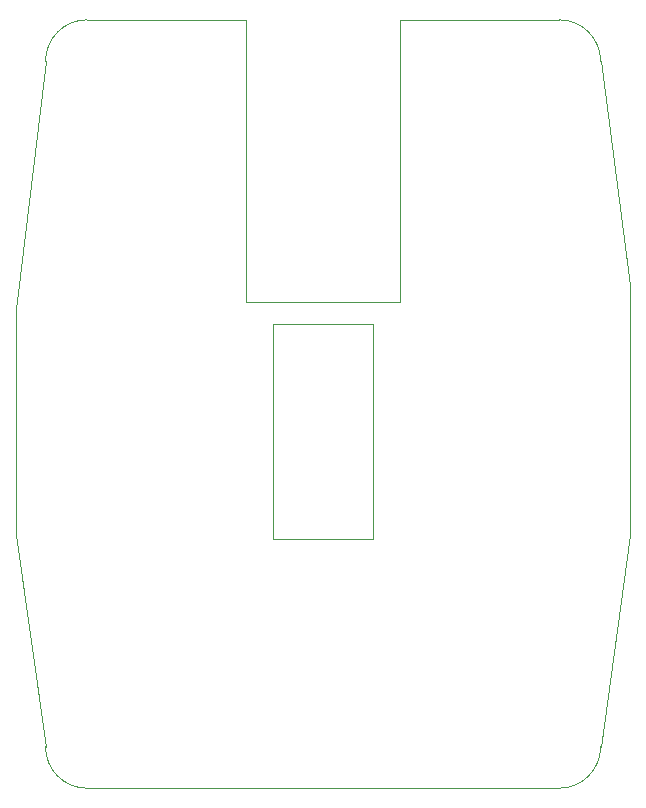
<source format=gbr>
%TF.GenerationSoftware,KiCad,Pcbnew,9.0.1*%
%TF.CreationDate,2025-04-29T20:05:43+02:00*%
%TF.ProjectId,Trackball,54726163-6b62-4616-9c6c-2e6b69636164,rev?*%
%TF.SameCoordinates,Original*%
%TF.FileFunction,Profile,NP*%
%FSLAX46Y46*%
G04 Gerber Fmt 4.6, Leading zero omitted, Abs format (unit mm)*
G04 Created by KiCad (PCBNEW 9.0.1) date 2025-04-29 20:05:43*
%MOMM*%
%LPD*%
G01*
G04 APERTURE LIST*
%TA.AperFunction,Profile*%
%ADD10C,0.100000*%
%TD*%
%TA.AperFunction,Profile*%
%ADD11C,0.050000*%
%TD*%
G04 APERTURE END LIST*
D10*
X-20000000Y-3000000D02*
X-6500000Y-3000000D01*
X20000000Y-3000000D02*
G75*
G02*
X23500000Y-6500000I0J-3500000D01*
G01*
D11*
X-4250000Y-28770000D02*
X4250000Y-28770000D01*
X4250000Y-46970000D01*
X-4250000Y-46970000D01*
X-4250000Y-28770000D01*
D10*
X6500000Y-26900000D02*
X6500000Y-3000000D01*
X6500000Y-3000000D02*
X20000000Y-3000000D01*
X26000000Y-46600000D02*
X26000000Y-25450000D01*
X23500000Y-64550000D02*
G75*
G02*
X20000000Y-68050000I-3500000J0D01*
G01*
X-26000000Y-46600000D02*
X-26000000Y-27450000D01*
X-23500000Y-6500000D02*
G75*
G02*
X-20000000Y-3000000I3500000J0D01*
G01*
X26000000Y-25450000D02*
X23500000Y-6500000D01*
X-20000000Y-68050000D02*
X20000000Y-68050000D01*
X-20000000Y-68050000D02*
G75*
G02*
X-23500000Y-64550000I0J3500000D01*
G01*
X-26000000Y-46600000D02*
X-23500000Y-64550000D01*
X26000000Y-46600000D02*
X23500000Y-64550000D01*
X-6500000Y-26900000D02*
X-6500000Y-3000000D01*
X-26000000Y-27450000D02*
X-23500000Y-6500000D01*
X-6500000Y-26900000D02*
X6500000Y-26900000D01*
M02*

</source>
